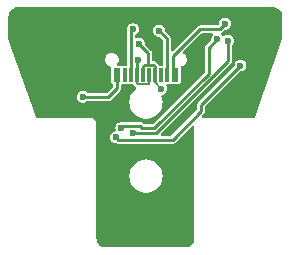
<source format=gbr>
%TF.GenerationSoftware,KiCad,Pcbnew,9.0.0*%
%TF.CreationDate,2025-08-30T20:51:20+01:00*%
%TF.ProjectId,040 055,30343020-3035-4352-9e6b-696361645f70,rev?*%
%TF.SameCoordinates,Original*%
%TF.FileFunction,Copper,L2,Bot*%
%TF.FilePolarity,Positive*%
%FSLAX46Y46*%
G04 Gerber Fmt 4.6, Leading zero omitted, Abs format (unit mm)*
G04 Created by KiCad (PCBNEW 9.0.0) date 2025-08-30 20:51:20*
%MOMM*%
%LPD*%
G01*
G04 APERTURE LIST*
%TA.AperFunction,SMDPad,CuDef*%
%ADD10R,0.600000X1.150000*%
%TD*%
%TA.AperFunction,SMDPad,CuDef*%
%ADD11R,0.300000X1.150000*%
%TD*%
%TA.AperFunction,ComponentPad*%
%ADD12O,1.000000X1.600000*%
%TD*%
%TA.AperFunction,ComponentPad*%
%ADD13O,1.000000X2.100000*%
%TD*%
%TA.AperFunction,ViaPad*%
%ADD14C,0.600000*%
%TD*%
%TA.AperFunction,Conductor*%
%ADD15C,0.250000*%
%TD*%
%TA.AperFunction,Conductor*%
%ADD16C,0.200000*%
%TD*%
G04 APERTURE END LIST*
D10*
%TO.P,J1,A1*%
%TO.N,GND*%
X135350000Y-70945000D03*
%TO.P,J1,A4*%
%TO.N,/vcc*%
X136150000Y-70945000D03*
D11*
%TO.P,J1,A5*%
%TO.N,Net-(J1-PadA5)*%
X137350000Y-70945000D03*
%TO.P,J1,A6*%
%TO.N,/d+*%
X138350000Y-70945000D03*
%TO.P,J1,A7*%
%TO.N,/d-*%
X138850000Y-70945000D03*
%TO.P,J1,A8*%
%TO.N,Net-(J1-PadA8)*%
X139850000Y-70945000D03*
D10*
%TO.P,J1,A9*%
%TO.N,/vcc*%
X141050000Y-70945000D03*
%TO.P,J1,A12*%
%TO.N,GND*%
X141850000Y-70945000D03*
%TO.P,J1,B1*%
X141850000Y-70945000D03*
%TO.P,J1,B4*%
%TO.N,/vcc*%
X141050000Y-70945000D03*
D11*
%TO.P,J1,B5*%
%TO.N,Net-(J1-PadB5)*%
X140350000Y-70945000D03*
%TO.P,J1,B6*%
%TO.N,/d+*%
X139350000Y-70945000D03*
%TO.P,J1,B7*%
%TO.N,/d-*%
X137850000Y-70945000D03*
%TO.P,J1,B8*%
%TO.N,Net-(J1-PadB8)*%
X136850000Y-70945000D03*
D10*
%TO.P,J1,B9*%
%TO.N,/vcc*%
X136150000Y-70945000D03*
%TO.P,J1,B12*%
%TO.N,GND*%
X135350000Y-70945000D03*
D12*
%TO.P,J1,S1*%
X134280000Y-66000000D03*
D13*
X134280000Y-70180000D03*
D12*
X142920000Y-66000000D03*
D13*
X142920000Y-70180000D03*
%TD*%
D14*
%TO.N,/vcc*%
X141050000Y-70945000D03*
X145300000Y-66600000D03*
X133243162Y-72806838D03*
X136150000Y-70945000D03*
%TO.N,Net-(J1-PadA5)*%
X137500000Y-67050000D03*
%TO.N,/d-*%
X137925000Y-69700000D03*
%TO.N,/d+*%
X138000000Y-68287700D03*
X139887422Y-72114407D03*
%TO.N,Net-(J1-PadB5)*%
X139700000Y-67200000D03*
%TO.N,Net-(D1-Pad1)*%
X144650000Y-67900000D03*
X136512550Y-75437450D03*
%TO.N,Net-(D1-Pad2)*%
X146600001Y-70150000D03*
X136062138Y-76237862D03*
%TO.N,Net-(D1-Pad3)*%
X145550000Y-68050000D03*
X137495399Y-75854601D03*
%TD*%
D15*
%TO.N,/vcc*%
X140889999Y-70934999D02*
X140889999Y-69361999D01*
X136150000Y-71095000D02*
X136150000Y-72070000D01*
X144824990Y-67075010D02*
X145300000Y-66600000D01*
X133243162Y-72806838D02*
X135413162Y-72806838D01*
X143176988Y-67075010D02*
X144824990Y-67075010D01*
X140889999Y-69361999D02*
X143176988Y-67075010D01*
X135413162Y-72806838D02*
X135468015Y-72751985D01*
X141050000Y-71095000D02*
X140889999Y-70934999D01*
X136150000Y-72070000D02*
X135468015Y-72751985D01*
%TO.N,Net-(J1-PadA5)*%
X137350000Y-71095000D02*
X137350000Y-67250000D01*
X137350000Y-67250000D02*
X137350000Y-67200000D01*
X137350000Y-67200000D02*
X137500000Y-67050000D01*
%TO.N,/d-*%
X137850000Y-71095000D02*
X137850000Y-69775000D01*
D16*
X138820000Y-71700000D02*
X138850000Y-71670000D01*
X138850000Y-71670000D02*
X138850000Y-70945000D01*
D15*
X137850000Y-69775000D02*
X137925000Y-69700000D01*
D16*
X137850000Y-70945000D02*
X137850000Y-71650000D01*
X137900000Y-71700000D02*
X138820000Y-71700000D01*
X137850000Y-71650000D02*
X137900000Y-71700000D01*
%TO.N,/d+*%
X139887422Y-72114407D02*
X139350000Y-71576985D01*
D15*
X138479999Y-70094999D02*
X138805001Y-70094999D01*
X139220001Y-70094999D02*
X139350000Y-70224998D01*
X138805001Y-70094999D02*
X138805001Y-69092701D01*
X138805001Y-70094999D02*
X139220001Y-70094999D01*
X139350000Y-70224998D02*
X139350000Y-71095000D01*
X138350000Y-70224998D02*
X138479999Y-70094999D01*
D16*
X139350000Y-71576985D02*
X139350000Y-70945000D01*
D15*
X138350000Y-71095000D02*
X138350000Y-70224998D01*
X138805001Y-69092701D02*
X138000000Y-68287700D01*
%TO.N,Net-(J1-PadB5)*%
X140350000Y-67850000D02*
X139700000Y-67200000D01*
X140350000Y-71095000D02*
X140350000Y-67850000D01*
%TO.N,Net-(D1-Pad1)*%
X138100000Y-75250000D02*
X136700000Y-75250000D01*
X144650000Y-67900000D02*
X143900000Y-68650000D01*
X139296029Y-75450000D02*
X138300000Y-75450000D01*
X143900000Y-68650000D02*
X143900000Y-70846029D01*
X143900000Y-70846029D02*
X139296029Y-75450000D01*
X138300000Y-75450000D02*
X138100000Y-75250000D01*
X136700000Y-75250000D02*
X136512550Y-75437450D01*
%TO.N,Net-(D1-Pad2)*%
X146600001Y-70150000D02*
X143275733Y-73474268D01*
X143275733Y-73999989D02*
X140846120Y-76429602D01*
X136253878Y-76429602D02*
X136062138Y-76237862D01*
X143275733Y-73474268D02*
X143275733Y-73999989D01*
X140846120Y-76429602D02*
X136253878Y-76429602D01*
%TO.N,Net-(D1-Pad3)*%
X145560876Y-68060876D02*
X145550000Y-68050000D01*
X145560876Y-69750852D02*
X145560876Y-68060876D01*
X139457127Y-75854601D02*
X145560876Y-69750852D01*
X137495399Y-75854601D02*
X139457127Y-75854601D01*
%TD*%
%TA.AperFunction,Conductor*%
%TO.N,GND*%
G36*
X149356061Y-65201097D02*
G01*
X149366051Y-65202080D01*
X149493824Y-65214665D01*
X149517652Y-65219404D01*
X149644277Y-65257815D01*
X149666725Y-65267114D01*
X149783406Y-65329482D01*
X149803616Y-65342986D01*
X149905891Y-65426920D01*
X149923079Y-65444108D01*
X150007012Y-65546381D01*
X150020517Y-65566593D01*
X150082883Y-65683271D01*
X150092186Y-65705728D01*
X150130593Y-65832338D01*
X150135335Y-65856180D01*
X150148903Y-65993938D01*
X150149500Y-66006092D01*
X150149500Y-67845172D01*
X150142618Y-67885909D01*
X147836418Y-74516237D01*
X147795802Y-74573088D01*
X147730897Y-74598956D01*
X147719300Y-74599500D01*
X143435909Y-74599500D01*
X143368870Y-74579815D01*
X143323115Y-74527011D01*
X143313171Y-74457853D01*
X143342196Y-74394297D01*
X143348213Y-74387833D01*
X143465388Y-74270658D01*
X143465393Y-74270655D01*
X143475593Y-74260454D01*
X143475595Y-74260454D01*
X143536198Y-74199851D01*
X143579051Y-74125627D01*
X143601234Y-74042842D01*
X143601234Y-73957136D01*
X143601234Y-73949541D01*
X143601233Y-73949523D01*
X143601233Y-73660457D01*
X143620918Y-73593418D01*
X143637552Y-73572776D01*
X146523509Y-70686819D01*
X146584832Y-70653334D01*
X146611190Y-70650500D01*
X146671963Y-70650500D01*
X146671963Y-70650499D01*
X146810054Y-70609953D01*
X146931129Y-70532143D01*
X147025378Y-70423373D01*
X147085166Y-70292457D01*
X147105648Y-70150000D01*
X147085166Y-70007543D01*
X147025378Y-69876627D01*
X146931129Y-69767857D01*
X146810054Y-69690047D01*
X146810052Y-69690046D01*
X146810050Y-69690045D01*
X146810051Y-69690045D01*
X146671964Y-69649500D01*
X146671962Y-69649500D01*
X146528040Y-69649500D01*
X146528037Y-69649500D01*
X146389950Y-69690045D01*
X146268874Y-69767856D01*
X146174624Y-69876626D01*
X146174623Y-69876628D01*
X146114835Y-70007543D01*
X146093092Y-70158778D01*
X146090127Y-70158351D01*
X146074669Y-70210996D01*
X146058035Y-70231638D01*
X143015270Y-73274403D01*
X143015266Y-73274409D01*
X142972414Y-73348629D01*
X142972415Y-73348630D01*
X142950233Y-73431415D01*
X142950233Y-73813800D01*
X142930548Y-73880839D01*
X142913914Y-73901481D01*
X140747612Y-76067783D01*
X140686289Y-76101268D01*
X140659931Y-76104102D01*
X139967315Y-76104102D01*
X139900276Y-76084417D01*
X139854521Y-76031613D01*
X139844577Y-75962455D01*
X139873602Y-75898899D01*
X139879634Y-75892421D01*
X140847555Y-74924500D01*
X145750528Y-70021524D01*
X145750533Y-70021521D01*
X145760736Y-70011317D01*
X145760738Y-70011317D01*
X145821341Y-69950714D01*
X145864194Y-69876490D01*
X145875436Y-69834534D01*
X145886377Y-69793705D01*
X145886377Y-69707999D01*
X145886377Y-69700404D01*
X145886376Y-69700386D01*
X145886376Y-68472335D01*
X145906061Y-68405296D01*
X145916658Y-68391137D01*
X145975377Y-68323373D01*
X146035165Y-68192457D01*
X146055647Y-68050000D01*
X146035165Y-67907543D01*
X145975377Y-67776627D01*
X145881128Y-67667857D01*
X145760053Y-67590047D01*
X145760051Y-67590046D01*
X145760049Y-67590045D01*
X145760050Y-67590045D01*
X145621963Y-67549500D01*
X145621961Y-67549500D01*
X145478039Y-67549500D01*
X145478036Y-67549500D01*
X145339949Y-67590045D01*
X145240039Y-67654253D01*
X145172999Y-67673937D01*
X145105960Y-67654252D01*
X145079287Y-67631139D01*
X144988718Y-67526616D01*
X144959693Y-67463061D01*
X144969637Y-67393902D01*
X145015392Y-67341098D01*
X145020410Y-67338039D01*
X145024852Y-67335475D01*
X145223508Y-67136819D01*
X145284831Y-67103334D01*
X145311189Y-67100500D01*
X145371962Y-67100500D01*
X145371962Y-67100499D01*
X145510053Y-67059953D01*
X145631128Y-66982143D01*
X145725377Y-66873373D01*
X145785165Y-66742457D01*
X145805647Y-66600000D01*
X145785165Y-66457543D01*
X145725377Y-66326627D01*
X145631128Y-66217857D01*
X145510053Y-66140047D01*
X145510051Y-66140046D01*
X145510049Y-66140045D01*
X145510050Y-66140045D01*
X145371963Y-66099500D01*
X145371961Y-66099500D01*
X145228039Y-66099500D01*
X145228036Y-66099500D01*
X145089949Y-66140045D01*
X144968873Y-66217856D01*
X144874623Y-66326626D01*
X144874622Y-66326628D01*
X144814834Y-66457543D01*
X144793091Y-66608778D01*
X144790125Y-66608351D01*
X144774668Y-66660995D01*
X144758036Y-66681636D01*
X144726483Y-66713190D01*
X144665160Y-66746676D01*
X144638800Y-66749510D01*
X143134135Y-66749510D01*
X143051347Y-66771692D01*
X142977126Y-66814545D01*
X142977123Y-66814547D01*
X140887181Y-68904490D01*
X140825858Y-68937975D01*
X140756166Y-68932991D01*
X140700233Y-68891119D01*
X140675816Y-68825655D01*
X140675500Y-68816809D01*
X140675500Y-67807149D01*
X140675500Y-67807147D01*
X140653318Y-67724362D01*
X140653318Y-67724361D01*
X140636774Y-67695706D01*
X140620695Y-67667856D01*
X140620693Y-67667854D01*
X140610465Y-67650138D01*
X140549862Y-67589535D01*
X140549861Y-67589534D01*
X140545531Y-67585204D01*
X140545520Y-67585194D01*
X140241966Y-67281639D01*
X140208481Y-67220316D01*
X140207235Y-67208732D01*
X140206909Y-67208779D01*
X140185511Y-67059953D01*
X140185165Y-67057543D01*
X140125377Y-66926627D01*
X140031128Y-66817857D01*
X139910053Y-66740047D01*
X139910051Y-66740046D01*
X139910049Y-66740045D01*
X139910050Y-66740045D01*
X139771963Y-66699500D01*
X139771961Y-66699500D01*
X139628039Y-66699500D01*
X139628036Y-66699500D01*
X139489949Y-66740045D01*
X139368873Y-66817856D01*
X139274623Y-66926626D01*
X139274622Y-66926628D01*
X139214834Y-67057543D01*
X139194353Y-67200000D01*
X139214834Y-67342456D01*
X139274452Y-67472999D01*
X139274623Y-67473373D01*
X139368872Y-67582143D01*
X139489947Y-67659953D01*
X139489950Y-67659954D01*
X139489949Y-67659954D01*
X139628036Y-67700499D01*
X139628038Y-67700500D01*
X139628039Y-67700500D01*
X139688811Y-67700500D01*
X139755850Y-67720185D01*
X139776492Y-67736819D01*
X139988181Y-67948507D01*
X140021666Y-68009830D01*
X140024500Y-68036188D01*
X140024500Y-70045500D01*
X140004815Y-70112539D01*
X139952011Y-70158294D01*
X139900500Y-70169500D01*
X139765225Y-70169500D01*
X139698186Y-70149815D01*
X139659503Y-70105173D01*
X139657382Y-70106398D01*
X139610469Y-70025142D01*
X139610463Y-70025134D01*
X139419865Y-69834536D01*
X139419863Y-69834534D01*
X139382751Y-69813107D01*
X139345641Y-69791681D01*
X139280003Y-69774094D01*
X139262854Y-69769499D01*
X139262853Y-69769499D01*
X139254501Y-69769499D01*
X139187462Y-69749814D01*
X139141707Y-69697010D01*
X139130501Y-69645499D01*
X139130501Y-69049850D01*
X139130501Y-69049848D01*
X139108319Y-68967063D01*
X139072193Y-68904490D01*
X139065470Y-68892845D01*
X139065464Y-68892837D01*
X138541966Y-68369339D01*
X138508481Y-68308016D01*
X138507235Y-68296432D01*
X138506909Y-68296479D01*
X138485165Y-68145243D01*
X138441668Y-68050000D01*
X138425377Y-68014327D01*
X138331128Y-67905557D01*
X138210053Y-67827747D01*
X138210051Y-67827746D01*
X138210049Y-67827745D01*
X138210050Y-67827745D01*
X138071963Y-67787200D01*
X138071961Y-67787200D01*
X137928039Y-67787200D01*
X137834433Y-67814684D01*
X137764564Y-67814683D01*
X137705786Y-67776908D01*
X137676762Y-67713352D01*
X137675500Y-67695706D01*
X137675500Y-67599868D01*
X137695185Y-67532829D01*
X137732461Y-67495552D01*
X137831128Y-67432143D01*
X137925377Y-67323373D01*
X137985165Y-67192457D01*
X138005647Y-67050000D01*
X137985165Y-66907543D01*
X137925377Y-66776627D01*
X137831128Y-66667857D01*
X137710053Y-66590047D01*
X137710051Y-66590046D01*
X137710049Y-66590045D01*
X137710050Y-66590045D01*
X137571963Y-66549500D01*
X137571961Y-66549500D01*
X137428039Y-66549500D01*
X137428036Y-66549500D01*
X137289949Y-66590045D01*
X137168873Y-66667856D01*
X137074623Y-66776626D01*
X137074622Y-66776628D01*
X137014834Y-66907543D01*
X136994353Y-67050000D01*
X137014834Y-67192453D01*
X137017333Y-67200962D01*
X137015964Y-67201363D01*
X137024500Y-67240594D01*
X137024500Y-70045500D01*
X137004815Y-70112539D01*
X136952011Y-70158294D01*
X136900500Y-70169500D01*
X136680249Y-70169500D01*
X136609791Y-70183515D01*
X136609537Y-70182239D01*
X136552977Y-70188317D01*
X136529089Y-70181303D01*
X136469751Y-70169500D01*
X136469748Y-70169500D01*
X136289371Y-70169500D01*
X136222332Y-70149815D01*
X136176577Y-70097011D01*
X136166633Y-70027853D01*
X136181982Y-69983501D01*
X136246281Y-69872135D01*
X136285500Y-69725766D01*
X136285500Y-69574234D01*
X136246281Y-69427865D01*
X136170515Y-69296635D01*
X136063365Y-69189485D01*
X135997750Y-69151602D01*
X135932136Y-69113719D01*
X135858950Y-69094109D01*
X135785766Y-69074500D01*
X135634234Y-69074500D01*
X135487863Y-69113719D01*
X135356635Y-69189485D01*
X135356632Y-69189487D01*
X135249487Y-69296632D01*
X135249485Y-69296635D01*
X135173719Y-69427863D01*
X135134500Y-69574234D01*
X135134500Y-69725765D01*
X135173719Y-69872136D01*
X135176312Y-69876627D01*
X135249485Y-70003365D01*
X135356635Y-70110515D01*
X135487865Y-70186281D01*
X135560105Y-70205637D01*
X135619764Y-70242000D01*
X135650294Y-70304847D01*
X135649710Y-70344148D01*
X135650097Y-70344187D01*
X135649641Y-70348811D01*
X135649630Y-70349592D01*
X135649500Y-70350242D01*
X135649500Y-70900331D01*
X135648238Y-70917977D01*
X135644353Y-70944999D01*
X135648238Y-70972020D01*
X135649500Y-70989667D01*
X135649500Y-71539752D01*
X135661131Y-71598229D01*
X135661132Y-71598230D01*
X135661133Y-71598231D01*
X135705448Y-71664552D01*
X135769392Y-71707279D01*
X135814196Y-71760888D01*
X135824500Y-71810379D01*
X135824500Y-71883811D01*
X135804815Y-71950850D01*
X135788181Y-71971492D01*
X135314654Y-72445019D01*
X135253331Y-72478504D01*
X135226973Y-72481338D01*
X133680000Y-72481338D01*
X133612961Y-72461653D01*
X133586289Y-72438542D01*
X133574290Y-72424695D01*
X133453215Y-72346885D01*
X133453213Y-72346884D01*
X133453211Y-72346883D01*
X133453212Y-72346883D01*
X133315125Y-72306338D01*
X133315123Y-72306338D01*
X133171201Y-72306338D01*
X133171198Y-72306338D01*
X133033111Y-72346883D01*
X132912035Y-72424694D01*
X132817785Y-72533464D01*
X132817784Y-72533466D01*
X132757996Y-72664381D01*
X132737515Y-72806838D01*
X132757996Y-72949294D01*
X132811890Y-73067303D01*
X132817785Y-73080211D01*
X132912034Y-73188981D01*
X133033109Y-73266791D01*
X133033112Y-73266792D01*
X133033111Y-73266792D01*
X133171198Y-73307337D01*
X133171200Y-73307338D01*
X133171201Y-73307338D01*
X133315124Y-73307338D01*
X133315124Y-73307337D01*
X133453215Y-73266791D01*
X133574290Y-73188981D01*
X133586288Y-73175134D01*
X133645065Y-73137361D01*
X133680000Y-73132338D01*
X135456013Y-73132338D01*
X135456015Y-73132338D01*
X135538801Y-73110156D01*
X135613024Y-73067303D01*
X135728480Y-72951847D01*
X136410465Y-72269862D01*
X136417969Y-72256864D01*
X136453318Y-72195638D01*
X136475500Y-72112853D01*
X136475500Y-71830867D01*
X136495185Y-71763828D01*
X136547989Y-71718073D01*
X136617147Y-71708129D01*
X136623691Y-71709250D01*
X136680247Y-71720499D01*
X136680250Y-71720500D01*
X136680252Y-71720500D01*
X137019750Y-71720500D01*
X137075808Y-71709349D01*
X137124192Y-71709349D01*
X137180249Y-71720500D01*
X137472124Y-71720500D01*
X137539163Y-71740185D01*
X137579510Y-71782499D01*
X137599686Y-71817444D01*
X137599688Y-71817447D01*
X137609537Y-71834507D01*
X137609539Y-71834510D01*
X137609540Y-71834511D01*
X137715489Y-71940460D01*
X137720654Y-71943442D01*
X137768870Y-71994009D01*
X137782093Y-72062616D01*
X137756125Y-72127481D01*
X137734817Y-72148682D01*
X137648218Y-72216085D01*
X137491016Y-72386852D01*
X137364075Y-72581151D01*
X137270842Y-72793699D01*
X137213866Y-73018691D01*
X137213864Y-73018702D01*
X137194700Y-73249993D01*
X137194700Y-73250006D01*
X137213864Y-73481297D01*
X137213866Y-73481308D01*
X137270842Y-73706300D01*
X137364075Y-73918848D01*
X137491016Y-74113147D01*
X137491019Y-74113151D01*
X137491021Y-74113153D01*
X137648216Y-74283913D01*
X137648219Y-74283915D01*
X137648222Y-74283918D01*
X137831365Y-74426464D01*
X137831371Y-74426468D01*
X137831374Y-74426470D01*
X138035497Y-74536936D01*
X138140804Y-74573088D01*
X138255015Y-74612297D01*
X138255017Y-74612297D01*
X138255019Y-74612298D01*
X138483951Y-74650500D01*
X138483952Y-74650500D01*
X138716048Y-74650500D01*
X138716049Y-74650500D01*
X138944981Y-74612298D01*
X139164503Y-74536936D01*
X139368626Y-74426470D01*
X139551784Y-74283913D01*
X139708979Y-74113153D01*
X139835924Y-73918849D01*
X139929157Y-73706300D01*
X139986134Y-73481305D01*
X139990268Y-73431415D01*
X140005300Y-73250006D01*
X140005300Y-73249993D01*
X139986135Y-73018702D01*
X139986133Y-73018691D01*
X139929157Y-72793699D01*
X139919747Y-72772247D01*
X139910844Y-72702947D01*
X139940821Y-72639835D01*
X139998369Y-72603460D01*
X140097472Y-72574361D01*
X140097472Y-72574360D01*
X140097475Y-72574360D01*
X140218550Y-72496550D01*
X140312799Y-72387780D01*
X140372587Y-72256864D01*
X140393069Y-72114407D01*
X140372587Y-71971950D01*
X140358206Y-71940460D01*
X140337907Y-71896012D01*
X140327963Y-71826853D01*
X140356988Y-71763297D01*
X140415766Y-71725523D01*
X140450701Y-71720500D01*
X140519750Y-71720500D01*
X140519751Y-71720499D01*
X140534485Y-71717568D01*
X140590210Y-71706485D01*
X140590464Y-71707762D01*
X140647009Y-71701680D01*
X140670899Y-71708694D01*
X140730247Y-71720499D01*
X140730250Y-71720500D01*
X140730252Y-71720500D01*
X141369750Y-71720500D01*
X141369751Y-71720499D01*
X141384568Y-71717552D01*
X141428229Y-71708868D01*
X141428229Y-71708867D01*
X141428231Y-71708867D01*
X141494552Y-71664552D01*
X141538867Y-71598231D01*
X141538867Y-71598229D01*
X141538868Y-71598229D01*
X141550499Y-71539752D01*
X141550500Y-71539750D01*
X141550500Y-70989667D01*
X141551762Y-70972020D01*
X141555647Y-70944999D01*
X141551762Y-70917977D01*
X141550500Y-70900331D01*
X141550500Y-70350252D01*
X141550372Y-70349609D01*
X141550402Y-70349263D01*
X141549903Y-70344187D01*
X141550865Y-70344092D01*
X141556596Y-70280017D01*
X141599455Y-70224838D01*
X141639890Y-70205638D01*
X141712135Y-70186281D01*
X141843365Y-70110515D01*
X141950515Y-70003365D01*
X142026281Y-69872135D01*
X142065500Y-69725766D01*
X142065500Y-69574234D01*
X142026281Y-69427865D01*
X141950515Y-69296635D01*
X141843365Y-69189485D01*
X141843362Y-69189483D01*
X141843358Y-69189480D01*
X141780108Y-69152962D01*
X141731893Y-69102395D01*
X141718671Y-69033788D01*
X141744639Y-68968923D01*
X141754419Y-68957904D01*
X143275496Y-67436829D01*
X143336819Y-67403344D01*
X143363177Y-67400510D01*
X144149032Y-67400510D01*
X144216071Y-67420195D01*
X144261826Y-67472999D01*
X144271770Y-67542157D01*
X144242745Y-67605712D01*
X144224625Y-67626622D01*
X144224622Y-67626628D01*
X144164834Y-67757543D01*
X144143091Y-67908778D01*
X144140126Y-67908351D01*
X144124668Y-67960996D01*
X144108034Y-67981638D01*
X143639537Y-68450135D01*
X143639533Y-68450141D01*
X143596681Y-68524361D01*
X143596682Y-68524362D01*
X143574500Y-68607147D01*
X143574500Y-70659840D01*
X143554815Y-70726879D01*
X143538181Y-70747521D01*
X139197521Y-75088181D01*
X139136198Y-75121666D01*
X139109840Y-75124500D01*
X138486189Y-75124500D01*
X138419150Y-75104815D01*
X138398507Y-75088181D01*
X138365633Y-75055307D01*
X138299862Y-74989535D01*
X138265985Y-74969976D01*
X138225640Y-74946682D01*
X138173889Y-74932816D01*
X138142853Y-74924500D01*
X136657147Y-74924500D01*
X136657139Y-74924501D01*
X136626105Y-74932816D01*
X136593378Y-74934776D01*
X136593378Y-74936950D01*
X136440586Y-74936950D01*
X136302499Y-74977495D01*
X136181423Y-75055306D01*
X136087173Y-75164076D01*
X136087172Y-75164078D01*
X136027384Y-75294993D01*
X136006903Y-75437450D01*
X136027384Y-75579907D01*
X136029883Y-75588414D01*
X136028370Y-75588858D01*
X136036885Y-75648105D01*
X136007856Y-75711659D01*
X135949083Y-75749427D01*
X135852087Y-75777907D01*
X135731011Y-75855718D01*
X135636761Y-75964488D01*
X135636760Y-75964490D01*
X135576972Y-76095405D01*
X135556491Y-76237862D01*
X135576972Y-76380318D01*
X135636760Y-76511233D01*
X135636761Y-76511235D01*
X135731010Y-76620005D01*
X135852085Y-76697815D01*
X135852088Y-76697816D01*
X135852087Y-76697816D01*
X135959245Y-76729279D01*
X135983280Y-76736337D01*
X135990174Y-76738361D01*
X135990176Y-76738362D01*
X136132226Y-76738362D01*
X136164319Y-76742587D01*
X136211025Y-76755102D01*
X136211027Y-76755102D01*
X140888971Y-76755102D01*
X140888973Y-76755102D01*
X140971759Y-76732920D01*
X141045982Y-76690067D01*
X142487819Y-75248227D01*
X142549142Y-75214743D01*
X142618833Y-75219727D01*
X142674767Y-75261599D01*
X142699184Y-75327063D01*
X142699500Y-75335909D01*
X142699500Y-84743907D01*
X142698903Y-84756061D01*
X142685335Y-84893819D01*
X142680593Y-84917661D01*
X142642186Y-85044271D01*
X142632883Y-85066728D01*
X142570517Y-85183406D01*
X142557012Y-85203618D01*
X142473079Y-85305891D01*
X142455891Y-85323079D01*
X142353618Y-85407012D01*
X142333406Y-85420517D01*
X142216728Y-85482883D01*
X142194271Y-85492186D01*
X142067661Y-85530593D01*
X142043819Y-85535335D01*
X141906062Y-85548903D01*
X141893908Y-85549500D01*
X135206092Y-85549500D01*
X135193938Y-85548903D01*
X135056180Y-85535335D01*
X135032340Y-85530593D01*
X134905728Y-85492186D01*
X134883271Y-85482883D01*
X134766593Y-85420517D01*
X134746381Y-85407012D01*
X134644108Y-85323079D01*
X134626920Y-85305891D01*
X134542986Y-85203616D01*
X134529482Y-85183406D01*
X134467116Y-85066728D01*
X134457815Y-85044277D01*
X134419404Y-84917652D01*
X134414665Y-84893824D01*
X134401097Y-84756060D01*
X134400500Y-84743907D01*
X134400500Y-79499993D01*
X137194700Y-79499993D01*
X137194700Y-79500006D01*
X137213864Y-79731297D01*
X137213866Y-79731308D01*
X137270842Y-79956300D01*
X137364075Y-80168848D01*
X137491016Y-80363147D01*
X137491019Y-80363151D01*
X137491021Y-80363153D01*
X137648216Y-80533913D01*
X137648219Y-80533915D01*
X137648222Y-80533918D01*
X137831365Y-80676464D01*
X137831371Y-80676468D01*
X137831374Y-80676470D01*
X138035497Y-80786936D01*
X138149487Y-80826068D01*
X138255015Y-80862297D01*
X138255017Y-80862297D01*
X138255019Y-80862298D01*
X138483951Y-80900500D01*
X138483952Y-80900500D01*
X138716048Y-80900500D01*
X138716049Y-80900500D01*
X138944981Y-80862298D01*
X139164503Y-80786936D01*
X139368626Y-80676470D01*
X139551784Y-80533913D01*
X139708979Y-80363153D01*
X139835924Y-80168849D01*
X139929157Y-79956300D01*
X139986134Y-79731305D01*
X140005300Y-79500000D01*
X140005300Y-79499993D01*
X139986135Y-79268702D01*
X139986133Y-79268691D01*
X139929157Y-79043699D01*
X139835924Y-78831151D01*
X139708983Y-78636852D01*
X139708980Y-78636849D01*
X139708979Y-78636847D01*
X139551784Y-78466087D01*
X139551779Y-78466083D01*
X139551777Y-78466081D01*
X139368634Y-78323535D01*
X139368628Y-78323531D01*
X139164504Y-78213064D01*
X139164495Y-78213061D01*
X138944984Y-78137702D01*
X138773282Y-78109050D01*
X138716049Y-78099500D01*
X138483951Y-78099500D01*
X138438164Y-78107140D01*
X138255015Y-78137702D01*
X138035504Y-78213061D01*
X138035495Y-78213064D01*
X137831371Y-78323531D01*
X137831365Y-78323535D01*
X137648222Y-78466081D01*
X137648219Y-78466084D01*
X137491016Y-78636852D01*
X137364075Y-78831151D01*
X137270842Y-79043699D01*
X137213866Y-79268691D01*
X137213864Y-79268702D01*
X137194700Y-79499993D01*
X134400500Y-79499993D01*
X134400500Y-75043608D01*
X134400499Y-75043600D01*
X134375403Y-74933649D01*
X134326467Y-74832033D01*
X134326466Y-74832030D01*
X134285538Y-74780710D01*
X134256146Y-74743854D01*
X134226753Y-74720413D01*
X134167969Y-74673533D01*
X134167966Y-74673532D01*
X134066350Y-74624596D01*
X133956399Y-74599500D01*
X133956393Y-74599500D01*
X133900000Y-74599500D01*
X133860118Y-74599500D01*
X133845684Y-74599500D01*
X133845676Y-74599501D01*
X129380700Y-74599501D01*
X129313661Y-74579816D01*
X129267906Y-74527012D01*
X129263582Y-74516238D01*
X126957382Y-67885909D01*
X126950500Y-67845172D01*
X126950500Y-66006092D01*
X126951097Y-65993939D01*
X126959805Y-65905519D01*
X126964665Y-65856173D01*
X126969403Y-65832349D01*
X127007816Y-65705719D01*
X127017113Y-65683278D01*
X127079485Y-65566587D01*
X127092982Y-65546387D01*
X127176924Y-65444103D01*
X127194103Y-65426924D01*
X127296387Y-65342982D01*
X127316587Y-65329485D01*
X127433278Y-65267113D01*
X127455719Y-65257816D01*
X127582349Y-65219403D01*
X127606173Y-65214665D01*
X127735170Y-65201960D01*
X127743939Y-65201097D01*
X127756092Y-65200500D01*
X127789882Y-65200500D01*
X149310118Y-65200500D01*
X149343908Y-65200500D01*
X149356061Y-65201097D01*
G37*
%TD.AperFunction*%
%TD*%
M02*

</source>
